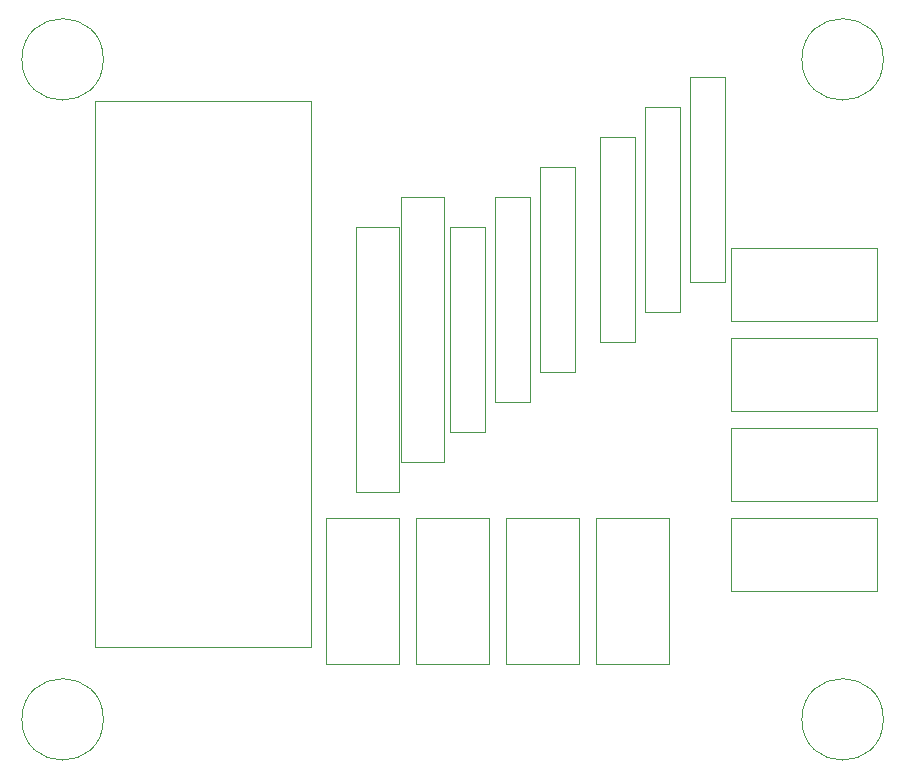
<source format=gbr>
%TF.GenerationSoftware,KiCad,Pcbnew,8.0.6*%
%TF.CreationDate,2025-03-08T18:58:06-08:00*%
%TF.ProjectId,8CH Thermal Monitor,38434820-5468-4657-926d-616c204d6f6e,rev?*%
%TF.SameCoordinates,PX7df6180PY8670810*%
%TF.FileFunction,Other,User*%
%FSLAX46Y46*%
G04 Gerber Fmt 4.6, Leading zero omitted, Abs format (unit mm)*
G04 Created by KiCad (PCBNEW 8.0.6) date 2025-03-08 18:58:06*
%MOMM*%
%LPD*%
G01*
G04 APERTURE LIST*
%ADD10C,0.050000*%
G04 APERTURE END LIST*
D10*
%TO.C,R3*%
X39140000Y48040000D02*
X39140000Y30700000D01*
X39140000Y30700000D02*
X42140000Y30700000D01*
X42140000Y48040000D02*
X39140000Y48040000D01*
X42140000Y30700000D02*
X42140000Y48040000D01*
%TO.C,R6*%
X51840000Y55660000D02*
X51840000Y38320000D01*
X51840000Y38320000D02*
X54840000Y38320000D01*
X54840000Y55660000D02*
X51840000Y55660000D01*
X54840000Y38320000D02*
X54840000Y55660000D01*
%TO.C,J6*%
X62970000Y31010000D02*
X62970000Y24860000D01*
X62970000Y24860000D02*
X75320000Y24860000D01*
X75320000Y31010000D02*
X62970000Y31010000D01*
X75320000Y24860000D02*
X75320000Y31010000D01*
%TO.C,A1*%
X9060000Y58670000D02*
X9060000Y12450000D01*
X9060000Y58670000D02*
X27340000Y58670000D01*
X27340000Y12450000D02*
X9060000Y12450000D01*
X27340000Y12450000D02*
X27340000Y58670000D01*
%TO.C,REF\u002A\u002A*%
X9800000Y62230000D02*
G75*
G02*
X2900000Y62230000I-3450000J0D01*
G01*
X2900000Y62230000D02*
G75*
G02*
X9800000Y62230000I3450000J0D01*
G01*
%TO.C,J8*%
X62970000Y46250000D02*
X62970000Y40100000D01*
X62970000Y40100000D02*
X75320000Y40100000D01*
X75320000Y46250000D02*
X62970000Y46250000D01*
X75320000Y40100000D02*
X75320000Y46250000D01*
%TO.C,REF\u002A\u002A*%
X9800000Y6350000D02*
G75*
G02*
X2900000Y6350000I-3450000J0D01*
G01*
X2900000Y6350000D02*
G75*
G02*
X9800000Y6350000I3450000J0D01*
G01*
X75840000Y62230000D02*
G75*
G02*
X68940000Y62230000I-3450000J0D01*
G01*
X68940000Y62230000D02*
G75*
G02*
X75840000Y62230000I3450000J0D01*
G01*
%TO.C,J4*%
X51530000Y23390000D02*
X51530000Y11040000D01*
X51530000Y11040000D02*
X57680000Y11040000D01*
X57680000Y23390000D02*
X51530000Y23390000D01*
X57680000Y11040000D02*
X57680000Y23390000D01*
%TO.C,REF\u002A\u002A*%
X75840000Y6350000D02*
G75*
G02*
X68940000Y6350000I-3450000J0D01*
G01*
X68940000Y6350000D02*
G75*
G02*
X75840000Y6350000I3450000J0D01*
G01*
%TO.C,J3*%
X43910000Y23390000D02*
X43910000Y11040000D01*
X43910000Y11040000D02*
X50060000Y11040000D01*
X50060000Y23390000D02*
X43910000Y23390000D01*
X50060000Y11040000D02*
X50060000Y23390000D01*
%TO.C,R1*%
X31170000Y48040000D02*
X31170000Y25620000D01*
X31170000Y25620000D02*
X34870000Y25620000D01*
X34870000Y48040000D02*
X31170000Y48040000D01*
X34870000Y25620000D02*
X34870000Y48040000D01*
%TO.C,J5*%
X62970000Y23390000D02*
X62970000Y17240000D01*
X62970000Y17240000D02*
X75320000Y17240000D01*
X75320000Y23390000D02*
X62970000Y23390000D01*
X75320000Y17240000D02*
X75320000Y23390000D01*
%TO.C,R2*%
X34980000Y50580000D02*
X34980000Y28160000D01*
X34980000Y28160000D02*
X38680000Y28160000D01*
X38680000Y50580000D02*
X34980000Y50580000D01*
X38680000Y28160000D02*
X38680000Y50580000D01*
%TO.C,J7*%
X62970000Y38630000D02*
X62970000Y32480000D01*
X62970000Y32480000D02*
X75320000Y32480000D01*
X75320000Y38630000D02*
X62970000Y38630000D01*
X75320000Y32480000D02*
X75320000Y38630000D01*
%TO.C,R7*%
X55650000Y58200000D02*
X55650000Y40860000D01*
X55650000Y40860000D02*
X58650000Y40860000D01*
X58650000Y58200000D02*
X55650000Y58200000D01*
X58650000Y40860000D02*
X58650000Y58200000D01*
%TO.C,R4*%
X42950000Y50580000D02*
X42950000Y33240000D01*
X42950000Y33240000D02*
X45950000Y33240000D01*
X45950000Y50580000D02*
X42950000Y50580000D01*
X45950000Y33240000D02*
X45950000Y50580000D01*
%TO.C,R5*%
X46760000Y53120000D02*
X46760000Y35780000D01*
X46760000Y35780000D02*
X49760000Y35780000D01*
X49760000Y53120000D02*
X46760000Y53120000D01*
X49760000Y35780000D02*
X49760000Y53120000D01*
%TO.C,J1*%
X28670000Y23390000D02*
X28670000Y11040000D01*
X28670000Y11040000D02*
X34820000Y11040000D01*
X34820000Y23390000D02*
X28670000Y23390000D01*
X34820000Y11040000D02*
X34820000Y23390000D01*
%TO.C,J2*%
X36290000Y23390000D02*
X36290000Y11040000D01*
X36290000Y11040000D02*
X42440000Y11040000D01*
X42440000Y23390000D02*
X36290000Y23390000D01*
X42440000Y11040000D02*
X42440000Y23390000D01*
%TO.C,R8*%
X59460000Y60740000D02*
X59460000Y43400000D01*
X59460000Y43400000D02*
X62460000Y43400000D01*
X62460000Y60740000D02*
X59460000Y60740000D01*
X62460000Y43400000D02*
X62460000Y60740000D01*
%TD*%
M02*

</source>
